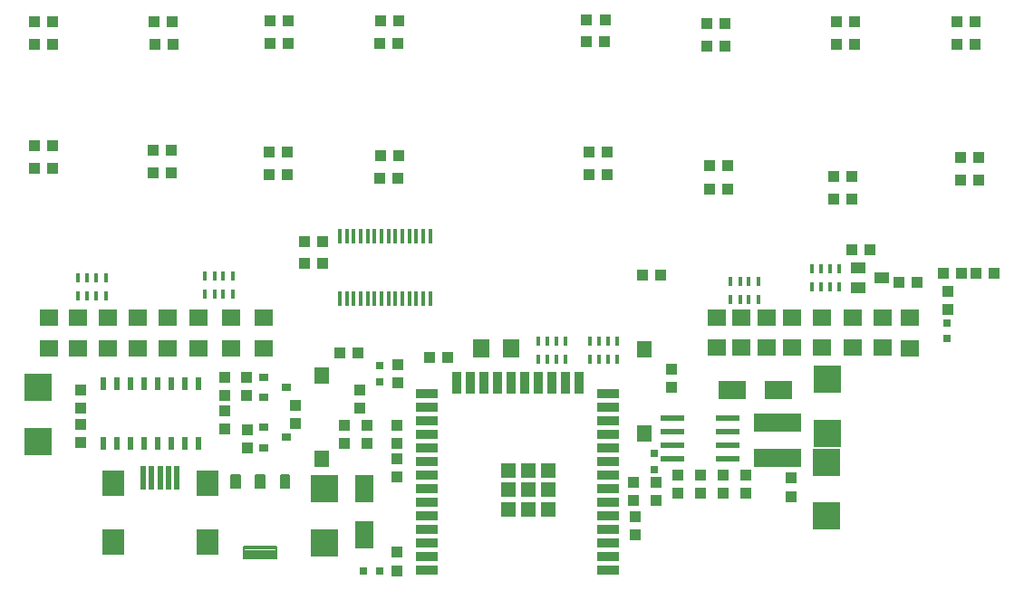
<source format=gbr>
G04 EAGLE Gerber RS-274X export*
G75*
%MOMM*%
%FSLAX34Y34*%
%LPD*%
%INSolderpaste Top*%
%IPPOS*%
%AMOC8*
5,1,8,0,0,1.08239X$1,22.5*%
G01*
%ADD10R,1.000000X1.100000*%
%ADD11R,0.450000X0.900000*%
%ADD12R,1.600000X1.803000*%
%ADD13R,2.000000X0.900000*%
%ADD14R,0.900000X2.000000*%
%ADD15R,1.330000X1.330000*%
%ADD16R,1.100000X1.000000*%
%ADD17R,0.600000X1.200000*%
%ADD18R,0.900000X0.800000*%
%ADD19R,2.000000X2.400000*%
%ADD20R,0.500000X2.308000*%
%ADD21C,0.139500*%
%ADD22C,0.196500*%
%ADD23R,2.500000X2.550000*%
%ADD24R,1.400000X1.500000*%
%ADD25R,4.500000X1.750000*%
%ADD26R,2.650000X1.750000*%
%ADD27R,1.803000X1.600000*%
%ADD28R,0.800000X0.800000*%
%ADD29R,2.200000X0.600000*%
%ADD30R,1.750000X2.650000*%
%ADD31R,0.355600X1.473200*%
%ADD32R,1.400000X1.000000*%


D10*
X87700Y508200D03*
X104700Y508200D03*
X87700Y392100D03*
X104700Y392100D03*
X199700Y508200D03*
X216700Y508200D03*
X198700Y388100D03*
X215700Y388100D03*
X307400Y509200D03*
X324400Y509200D03*
X306400Y386100D03*
X323400Y386100D03*
X410400Y509200D03*
X427400Y509200D03*
X410400Y383100D03*
X427400Y383100D03*
X603400Y510500D03*
X620400Y510500D03*
X605400Y386400D03*
X622400Y386400D03*
X715400Y506500D03*
X732400Y506500D03*
X718400Y372400D03*
X735400Y372400D03*
X836400Y508500D03*
X853400Y508500D03*
X834400Y363400D03*
X851400Y363400D03*
X949400Y508500D03*
X966400Y508500D03*
X952400Y381400D03*
X969400Y381400D03*
D11*
X584000Y230500D03*
X575000Y230500D03*
X567000Y230500D03*
X558000Y230500D03*
X558000Y213500D03*
X567000Y213500D03*
X575000Y213500D03*
X584000Y213500D03*
X606200Y213500D03*
X615200Y213500D03*
X623200Y213500D03*
X632200Y213500D03*
X632200Y230500D03*
X623200Y230500D03*
X615200Y230500D03*
X606200Y230500D03*
D12*
X533020Y223600D03*
X504580Y223600D03*
D13*
X623800Y16300D03*
X623800Y29000D03*
X623800Y41700D03*
X623800Y54400D03*
X623800Y67100D03*
X623800Y79800D03*
X623800Y92500D03*
X623800Y105200D03*
X623800Y117900D03*
X623800Y130600D03*
X623800Y143300D03*
X623800Y156000D03*
X623800Y168700D03*
X623800Y181400D03*
D14*
X595950Y191400D03*
X583250Y191400D03*
X570550Y191400D03*
X557850Y191400D03*
X545150Y191400D03*
X532450Y191400D03*
X519750Y191400D03*
X507050Y191400D03*
X494350Y191400D03*
X481650Y191400D03*
D13*
X453800Y181400D03*
X453800Y168700D03*
X453800Y156000D03*
X453800Y143300D03*
X453800Y130600D03*
X453800Y117900D03*
X453800Y105200D03*
X453800Y92500D03*
X453800Y79800D03*
X453800Y67100D03*
X453800Y54400D03*
X453800Y41700D03*
X453800Y29000D03*
X453800Y16300D03*
D15*
X567150Y72950D03*
X548800Y72950D03*
X530450Y72950D03*
X567150Y91300D03*
X548800Y91300D03*
X530450Y91300D03*
X567150Y109650D03*
X548800Y109650D03*
X530450Y109650D03*
D16*
X391370Y167460D03*
X391370Y184460D03*
D10*
X398000Y151800D03*
X398000Y134800D03*
D17*
X240650Y190800D03*
X227950Y190800D03*
X215250Y190800D03*
X202550Y190800D03*
X189850Y190800D03*
X177150Y190800D03*
X164450Y190800D03*
X151750Y190800D03*
X151750Y134800D03*
X164450Y134800D03*
X177150Y134800D03*
X189850Y134800D03*
X202550Y134800D03*
X215250Y134800D03*
X227950Y134800D03*
X240650Y134800D03*
D18*
X301700Y149800D03*
X301700Y130800D03*
X322700Y140300D03*
X301900Y196800D03*
X301900Y177800D03*
X322900Y187300D03*
D16*
X286400Y147800D03*
X286400Y130800D03*
X285700Y179200D03*
X285700Y196200D03*
D19*
X160800Y97100D03*
D20*
X188800Y102740D03*
X196800Y102740D03*
X204800Y102740D03*
X212800Y102740D03*
X220800Y102740D03*
D19*
X160800Y42100D03*
X248800Y97100D03*
X248800Y42100D03*
D21*
X317347Y105103D02*
X325253Y105103D01*
X325253Y93397D01*
X317347Y93397D01*
X317347Y105103D01*
X317347Y94722D02*
X325253Y94722D01*
X325253Y96047D02*
X317347Y96047D01*
X317347Y97372D02*
X325253Y97372D01*
X325253Y98697D02*
X317347Y98697D01*
X317347Y100022D02*
X325253Y100022D01*
X325253Y101347D02*
X317347Y101347D01*
X317347Y102672D02*
X325253Y102672D01*
X325253Y103997D02*
X317347Y103997D01*
X302353Y105103D02*
X294447Y105103D01*
X302353Y105103D02*
X302353Y93397D01*
X294447Y93397D01*
X294447Y105103D01*
X294447Y94722D02*
X302353Y94722D01*
X302353Y96047D02*
X294447Y96047D01*
X294447Y97372D02*
X302353Y97372D01*
X302353Y98697D02*
X294447Y98697D01*
X294447Y100022D02*
X302353Y100022D01*
X302353Y101347D02*
X294447Y101347D01*
X294447Y102672D02*
X302353Y102672D01*
X302353Y103997D02*
X294447Y103997D01*
X279453Y105103D02*
X271547Y105103D01*
X279453Y105103D02*
X279453Y93397D01*
X271547Y93397D01*
X271547Y105103D01*
X271547Y94722D02*
X279453Y94722D01*
X279453Y96047D02*
X271547Y96047D01*
X271547Y97372D02*
X279453Y97372D01*
X279453Y98697D02*
X271547Y98697D01*
X271547Y100022D02*
X279453Y100022D01*
X279453Y101347D02*
X271547Y101347D01*
X271547Y102672D02*
X279453Y102672D01*
X279453Y103997D02*
X271547Y103997D01*
D22*
X283182Y37918D02*
X313618Y37918D01*
X313618Y26782D01*
X283182Y26782D01*
X283182Y37918D01*
X283182Y28649D02*
X313618Y28649D01*
X313618Y30516D02*
X283182Y30516D01*
X283182Y32383D02*
X313618Y32383D01*
X313618Y34250D02*
X283182Y34250D01*
X283182Y36117D02*
X313618Y36117D01*
D23*
X90600Y136550D03*
X90600Y187050D03*
X358400Y41550D03*
X358400Y92050D03*
D24*
X355800Y120200D03*
X355800Y198200D03*
D25*
X781400Y154050D03*
X781400Y121550D03*
D26*
X782300Y184600D03*
X739300Y184600D03*
D23*
X827800Y66550D03*
X827800Y117050D03*
X827910Y194580D03*
X827910Y144080D03*
D11*
X128000Y272500D03*
X137000Y272500D03*
X145000Y272500D03*
X154000Y272500D03*
X154000Y289500D03*
X145000Y289500D03*
X137000Y289500D03*
X128000Y289500D03*
X247000Y274500D03*
X256000Y274500D03*
X264000Y274500D03*
X273000Y274500D03*
X273000Y291500D03*
X264000Y291500D03*
X256000Y291500D03*
X247000Y291500D03*
X738000Y269500D03*
X747000Y269500D03*
X755000Y269500D03*
X764000Y269500D03*
X764000Y286500D03*
X755000Y286500D03*
X747000Y286500D03*
X738000Y286500D03*
X813600Y281200D03*
X822600Y281200D03*
X830600Y281200D03*
X839600Y281200D03*
X839600Y298200D03*
X830600Y298200D03*
X822600Y298200D03*
X813600Y298200D03*
D27*
X101000Y252220D03*
X101000Y223780D03*
X128000Y252220D03*
X128000Y223780D03*
X156000Y252220D03*
X156000Y223780D03*
X184000Y252220D03*
X184000Y223780D03*
X212000Y252220D03*
X212000Y223780D03*
X241000Y252220D03*
X241000Y223780D03*
X271000Y252220D03*
X271000Y223780D03*
X302000Y252220D03*
X302000Y223780D03*
X725000Y252620D03*
X725000Y224180D03*
X747900Y252620D03*
X747900Y224180D03*
X771600Y252620D03*
X771600Y224180D03*
X795600Y252620D03*
X795600Y224180D03*
X823600Y252620D03*
X823600Y224180D03*
X851600Y252620D03*
X851600Y224180D03*
X879600Y252620D03*
X879600Y224180D03*
X905000Y252220D03*
X905000Y223780D03*
D10*
X426000Y134500D03*
X426000Y151500D03*
X426000Y120500D03*
X426000Y103500D03*
X648600Y66500D03*
X648600Y49500D03*
X647000Y81500D03*
X647000Y98500D03*
X104500Y529000D03*
X87500Y529000D03*
X104500Y413000D03*
X87500Y413000D03*
X216500Y529000D03*
X199500Y529000D03*
X215500Y409000D03*
X198500Y409000D03*
X324500Y530000D03*
X307500Y530000D03*
X323500Y407000D03*
X306500Y407000D03*
X427500Y530000D03*
X410500Y530000D03*
X427500Y404000D03*
X410500Y404000D03*
X620500Y531300D03*
X603500Y531300D03*
X622500Y407300D03*
X605500Y407300D03*
X732500Y527300D03*
X715500Y527300D03*
X735500Y394300D03*
X718500Y394300D03*
X853500Y529300D03*
X836500Y529300D03*
X851500Y384300D03*
X834500Y384300D03*
X966500Y529300D03*
X949500Y529300D03*
X969500Y402300D03*
X952500Y402300D03*
D16*
X356900Y323300D03*
X339900Y323300D03*
X356900Y302800D03*
X339900Y302800D03*
X331000Y153500D03*
X331000Y170500D03*
D10*
X456500Y215000D03*
X473500Y215000D03*
X682300Y204100D03*
X682300Y187100D03*
D24*
X657700Y144400D03*
X657700Y222400D03*
D16*
X265000Y196500D03*
X265000Y179500D03*
X265000Y165500D03*
X265000Y148500D03*
D10*
X377000Y151500D03*
X377000Y134500D03*
D28*
X410000Y192500D03*
X410000Y207500D03*
X666700Y125200D03*
X666700Y110200D03*
D16*
X668500Y98400D03*
X668500Y81400D03*
X427000Y208500D03*
X427000Y191500D03*
D29*
X735600Y132950D03*
X683600Y132950D03*
X735600Y120250D03*
X735600Y145650D03*
X735600Y158350D03*
X683600Y120250D03*
X683600Y145650D03*
X683600Y158350D03*
D10*
X794470Y102120D03*
X794470Y85120D03*
D16*
X730900Y104800D03*
X730900Y87800D03*
X751900Y87800D03*
X751900Y104800D03*
X709900Y104800D03*
X709900Y87800D03*
D10*
X688900Y87800D03*
X688900Y104800D03*
D30*
X396000Y92500D03*
X396000Y49500D03*
D10*
X131000Y152500D03*
X131000Y135500D03*
X131000Y167500D03*
X131000Y184500D03*
X389500Y219000D03*
X372500Y219000D03*
D31*
X372836Y269990D03*
X379186Y269990D03*
X385790Y269990D03*
X392140Y269990D03*
X398744Y269990D03*
X405348Y269990D03*
X411698Y269990D03*
X418302Y269990D03*
X424652Y269990D03*
X431256Y269990D03*
X437860Y269990D03*
X444210Y269990D03*
X450814Y269990D03*
X457164Y269990D03*
X457164Y328410D03*
X450814Y328410D03*
X444210Y328410D03*
X437860Y328410D03*
X431256Y328410D03*
X424652Y328410D03*
X418302Y328410D03*
X411698Y328410D03*
X405348Y328410D03*
X398744Y328410D03*
X392140Y328410D03*
X385790Y328410D03*
X379186Y328410D03*
X372836Y328410D03*
D10*
X655500Y292300D03*
X672500Y292300D03*
D16*
X984200Y294000D03*
X967200Y294000D03*
D10*
X953400Y294200D03*
X936400Y294200D03*
D16*
X941100Y260100D03*
X941100Y277100D03*
D28*
X940380Y232730D03*
X940380Y247730D03*
D32*
X879400Y289700D03*
X857400Y280200D03*
X857400Y299200D03*
D10*
X851300Y315900D03*
X868300Y315900D03*
D16*
X895100Y285200D03*
X912100Y285200D03*
D28*
X395000Y15000D03*
X410000Y15000D03*
D16*
X425900Y15700D03*
X425900Y32700D03*
M02*

</source>
